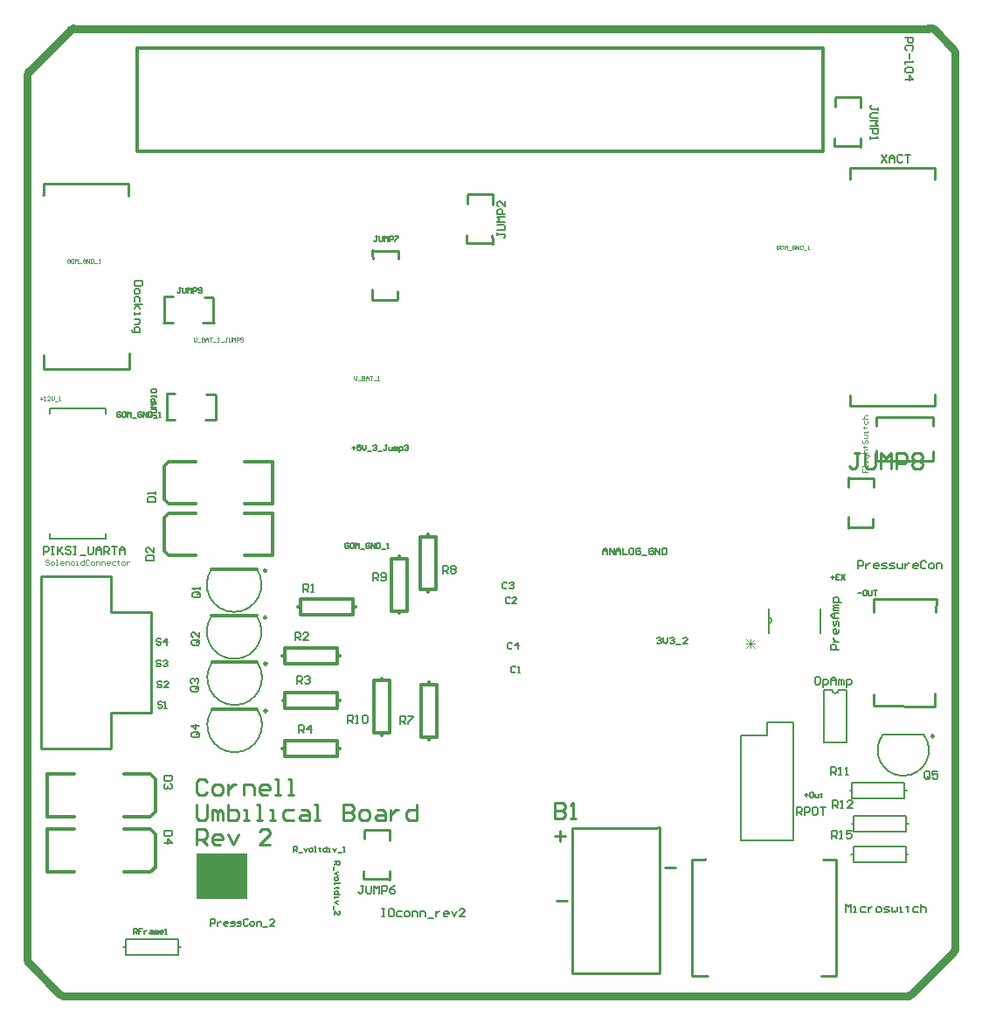
<source format=gto>
G04 Layer_Color=65535*
%FSLAX43Y43*%
%MOMM*%
G71*
G01*
G75*
%ADD21C,0.305*%
%ADD23C,0.762*%
%ADD24C,0.762*%
%ADD41C,0.254*%
%ADD70C,0.200*%
%ADD71C,0.250*%
%ADD72C,0.152*%
%ADD73C,0.127*%
%ADD74C,0.076*%
%ADD75C,0.102*%
%ADD76R,4.877X4.445*%
D21*
X25019Y24714D02*
X25248D01*
X30328D02*
X30556D01*
X25248D02*
Y25476D01*
X30328D01*
Y23952D02*
Y25476D01*
X25248Y23952D02*
X30328D01*
X25248D02*
Y24714D01*
X25070Y29362D02*
X25298D01*
X30378D02*
X30607D01*
X25298D02*
Y30124D01*
X30378D01*
Y28600D02*
Y30124D01*
X25298Y28600D02*
X30378D01*
X25298D02*
Y29362D01*
X25044Y33731D02*
X25273D01*
X30353D02*
X30582D01*
X25273D02*
Y34493D01*
X30353D01*
Y32969D02*
Y34493D01*
X25273Y32969D02*
X30353D01*
X25273D02*
Y33731D01*
X26568Y38430D02*
X26797D01*
X31877D02*
X32106D01*
X26797D02*
Y39192D01*
X31877D01*
Y37668D02*
Y39192D01*
X26797Y37668D02*
X31877D01*
X26797D02*
Y38430D01*
X9639Y12784D02*
X12239D01*
X12689Y13234D01*
X12239Y16889D02*
X12689Y16434D01*
X2189Y16884D02*
X4889D01*
X2189Y12784D02*
X4889D01*
X2189D02*
Y16884D01*
X12689Y13234D02*
Y16434D01*
X9639Y16884D02*
X12239D01*
X9639Y18143D02*
X12239D01*
X12689Y18593D01*
X12239Y22248D02*
X12689Y21793D01*
X2189Y22243D02*
X4889D01*
X2189Y18143D02*
X4889D01*
X2189D02*
Y22243D01*
X12689Y18593D02*
Y21793D01*
X9639Y22243D02*
X12239D01*
X14024Y47491D02*
X16624D01*
X13574Y47041D02*
X14024Y47491D01*
X13574Y43841D02*
X14024Y43386D01*
X21374Y43391D02*
X24074D01*
X21374Y47491D02*
X24074D01*
Y43391D02*
Y47491D01*
X13574Y43841D02*
Y47041D01*
X14024Y43391D02*
X16624D01*
X14024Y52494D02*
X16624D01*
X13574Y52044D02*
X14024Y52494D01*
X13574Y48844D02*
X14024Y48389D01*
X21374Y48394D02*
X24074D01*
X21374Y52494D02*
X24074D01*
Y48394D02*
Y52494D01*
X13574Y48844D02*
Y52044D01*
X14024Y48394D02*
X16624D01*
X38430Y30912D02*
X39192D01*
X38430Y25832D02*
Y30912D01*
Y25832D02*
X39954D01*
Y30912D01*
X39192D02*
X39954D01*
X39192Y25603D02*
Y25832D01*
Y30912D02*
Y31140D01*
X39167Y40132D02*
X39929D01*
Y45212D01*
X38405D02*
X39929D01*
X38405Y40132D02*
Y45212D01*
Y40132D02*
X39167D01*
Y45212D02*
Y45441D01*
Y39903D02*
Y40132D01*
X36347Y38049D02*
X37109D01*
Y43129D01*
X35585D02*
X37109D01*
X35585Y38049D02*
Y43129D01*
Y38049D02*
X36347D01*
Y43129D02*
Y43358D01*
Y37821D02*
Y38049D01*
X34671Y26213D02*
X35433D01*
Y31293D01*
X33909D02*
X35433D01*
X33909Y26213D02*
Y31293D01*
Y26213D02*
X34671D01*
Y31293D02*
Y31521D01*
Y25984D02*
Y26213D01*
X18175Y42109D02*
X22516D01*
X18175Y37563D02*
X22516D01*
X18225Y33092D02*
X22567D01*
X18225Y28520D02*
X22567D01*
X10921Y92554D02*
X77421D01*
Y82554D02*
Y92554D01*
X10921Y82554D02*
X77421D01*
X10921D02*
Y92554D01*
D23*
X3439Y925D02*
G03*
X3439Y924I270J269D01*
G01*
X3464Y899D02*
G03*
X3734Y787I270J269D01*
G01*
X305Y4216D02*
G03*
X417Y3947I381J0D01*
G01*
X305Y4216D02*
G03*
X416Y3947I381J0D01*
G01*
X3464Y899D02*
G03*
X3734Y787I269J269D01*
G01*
X416Y90236D02*
G03*
X305Y89967I269J-269D01*
G01*
X417Y90237D02*
G03*
X305Y89967I269J-270D01*
G01*
X4775Y94437D02*
G03*
X4505Y94325I0J-381D01*
G01*
X4775Y94437D02*
G03*
X4506Y94326I0J-381D01*
G01*
X85700Y787D02*
G03*
X85969Y899I0J381D01*
G01*
X85700Y787D02*
G03*
X85969Y899I0J381D01*
G01*
X90058Y4988D02*
G03*
X90170Y5258I-269J270D01*
G01*
X90058Y4988D02*
G03*
X90170Y5258I-269J269D01*
G01*
X88153Y94376D02*
G03*
X87694Y94437I-269J-269D01*
G01*
X88154Y94376D02*
G03*
X87694Y94437I-270J-269D01*
G01*
X90170Y92202D02*
G03*
X90058Y92471I-381J0D01*
G01*
X90170Y92202D02*
G03*
X90058Y92472I-381J0D01*
G01*
X3464Y899D02*
X3464Y899D01*
X3439Y924D02*
X3464Y899D01*
X3439Y924D02*
X3439Y924D01*
X3439Y925D02*
X3439Y924D01*
X417Y3947D02*
X3439Y925D01*
X416Y3947D02*
X417Y3947D01*
X3734Y787D02*
X84506D01*
X305Y4216D02*
Y89967D01*
X416Y90236D02*
X417Y90237D01*
X4505Y94325D01*
X4506Y94326D01*
X4775Y94437D02*
X4801D01*
X87694D01*
X84506Y787D02*
X85700D01*
X85969Y899D02*
X85969Y899D01*
X90058Y4988D01*
X90058Y4988D01*
X90170Y5258D02*
Y91821D01*
Y92202D01*
X90058Y92472D02*
X90058Y92471D01*
X88154Y94376D02*
X90058Y92472D01*
X88153Y94376D02*
X88154Y94376D01*
D24*
X3439Y924D02*
D03*
D41*
X36177Y68218D02*
Y69018D01*
X36102Y68143D02*
X36177Y68218D01*
X33752Y68143D02*
X36102D01*
X36252Y72093D02*
Y72893D01*
X33827D02*
X36252D01*
X33777Y72093D02*
Y72318D01*
X33752Y72343D02*
X33777Y72318D01*
X33752Y72343D02*
Y72968D01*
X33827Y72893D01*
X33752Y68143D02*
X33777Y68118D01*
X33752Y68143D02*
Y69168D01*
X82278Y46171D02*
Y46971D01*
X82203Y46096D02*
X82278Y46171D01*
X79853Y46096D02*
X82203D01*
X82353Y50046D02*
Y50846D01*
X79928D02*
X82353D01*
X79878Y50046D02*
Y50271D01*
X79853Y50296D02*
X79878Y50271D01*
X79853Y50296D02*
Y50921D01*
X79928Y50846D01*
X79853Y46096D02*
X79878Y46071D01*
X79853Y46096D02*
Y47121D01*
X17469Y68384D02*
X18269D01*
X18344Y68309D01*
Y65959D02*
Y68309D01*
X13594Y68459D02*
X14394D01*
X13594Y66034D02*
Y68459D01*
X14169Y65984D02*
X14394D01*
X14144Y65959D02*
X14169Y65984D01*
X13519Y65959D02*
X14144D01*
X13519D02*
X13594Y66034D01*
X18344Y65959D02*
X18369Y65984D01*
X17319Y65959D02*
X18344D01*
X17672Y58986D02*
X18472D01*
X18547Y58911D01*
Y56561D02*
Y58911D01*
X13797Y59061D02*
X14597D01*
X13797Y56636D02*
Y59061D01*
X14372Y56586D02*
X14597D01*
X14347Y56561D02*
X14372Y56586D01*
X13722Y56561D02*
X14347D01*
X13722D02*
X13797Y56636D01*
X18547Y56561D02*
X18572Y56586D01*
X17522Y56561D02*
X18547D01*
X53103Y17032D02*
X61153D01*
X53103Y2957D02*
Y17032D01*
Y2957D02*
X61578D01*
Y17082D01*
X61153Y17032D02*
X61578Y17082D01*
X88066Y55970D02*
X88091D01*
X88066D02*
Y56845D01*
X82591D02*
X88066D01*
X82591Y55920D02*
Y56845D01*
X88066Y53495D02*
X88091D01*
X88066Y52595D02*
Y53495D01*
X82541Y52595D02*
X88066D01*
X82541D02*
Y53545D01*
X10149Y61445D02*
Y63020D01*
X10104Y61445D02*
X10149D01*
X1899D02*
X10104D01*
X1899D02*
Y62795D01*
X10104Y78220D02*
Y79445D01*
X1854D02*
X10104D01*
X1854Y78295D02*
Y79445D01*
X1824Y78295D02*
X1854D01*
X88367Y37934D02*
X88392Y39234D01*
X82292D02*
X88392D01*
X82292Y37934D02*
Y39234D01*
X88242Y30009D02*
X88267Y28809D01*
X82317Y28834D02*
X88267Y28809D01*
X82317Y28834D02*
Y29959D01*
X88281Y57919D02*
Y58969D01*
X80011Y57919D02*
X88281D01*
X80011D02*
Y58919D01*
X88281Y79869D02*
Y80919D01*
X80011D02*
X88281D01*
X80011Y79869D02*
Y80919D01*
X65950Y13983D02*
Y14008D01*
X64725Y13983D02*
X65950D01*
X64725Y2683D02*
Y13983D01*
Y2683D02*
X66200D01*
X77450Y13933D02*
Y13958D01*
X78705D01*
Y2683D02*
Y13958D01*
X77275Y2683D02*
X78705D01*
X32987Y15970D02*
Y16770D01*
X33062Y16845D01*
X35412D01*
X32912Y12095D02*
Y12895D01*
Y12095D02*
X35337D01*
X35387Y12670D02*
Y12895D01*
Y12670D02*
X35412Y12645D01*
Y12020D02*
Y12645D01*
X35337Y12095D02*
X35412Y12020D01*
X35387Y16870D02*
X35412Y16845D01*
Y15820D02*
Y16845D01*
X81056Y86737D02*
Y87762D01*
X81031Y87787D02*
X81056Y87762D01*
X80981Y83012D02*
X81056Y82937D01*
Y83562D01*
X81031Y83587D02*
X81056Y83562D01*
X81031Y83587D02*
Y83812D01*
X78556Y83012D02*
X80981D01*
X78556D02*
Y83812D01*
X78706Y87762D02*
X81056D01*
X78631Y87687D02*
X78706Y87762D01*
X78631Y86887D02*
Y87687D01*
X42944Y77489D02*
Y78289D01*
X43019Y78364D01*
X45369D01*
X42869Y73614D02*
Y74414D01*
Y73614D02*
X45294D01*
X45344Y74189D02*
Y74414D01*
Y74189D02*
X45369Y74164D01*
Y73539D02*
Y74164D01*
X45294Y73614D02*
X45369Y73539D01*
X45344Y78389D02*
X45369Y78364D01*
Y77339D02*
Y78364D01*
X17729Y21512D02*
X17475Y21766D01*
X16967D01*
X16713Y21512D01*
Y20497D01*
X16967Y20243D01*
X17475D01*
X17729Y20497D01*
X18491Y20243D02*
X18998D01*
X19252Y20497D01*
Y21004D01*
X18998Y21258D01*
X18491D01*
X18237Y21004D01*
Y20497D01*
X18491Y20243D01*
X19760Y21258D02*
Y20243D01*
Y20750D01*
X20014Y21004D01*
X20268Y21258D01*
X20522D01*
X21284Y20243D02*
Y21258D01*
X22045D01*
X22299Y21004D01*
Y20243D01*
X23569D02*
X23061D01*
X22807Y20497D01*
Y21004D01*
X23061Y21258D01*
X23569D01*
X23823Y21004D01*
Y20750D01*
X22807D01*
X24331Y20243D02*
X24839D01*
X24585D01*
Y21766D01*
X24331D01*
X25600Y20243D02*
X26108D01*
X25854D01*
Y21766D01*
X25600D01*
X16713Y19328D02*
Y18059D01*
X16967Y17805D01*
X17475D01*
X17729Y18059D01*
Y19328D01*
X18237Y17805D02*
Y18820D01*
X18491D01*
X18745Y18567D01*
Y17805D01*
Y18567D01*
X18998Y18820D01*
X19252Y18567D01*
Y17805D01*
X19760Y19328D02*
Y17805D01*
X20522D01*
X20776Y18059D01*
Y18313D01*
Y18567D01*
X20522Y18820D01*
X19760D01*
X21284Y17805D02*
X21792D01*
X21538D01*
Y18820D01*
X21284D01*
X22553Y17805D02*
X23061D01*
X22807D01*
Y19328D01*
X22553D01*
X23823Y17805D02*
X24331D01*
X24077D01*
Y18820D01*
X23823D01*
X26108D02*
X25346D01*
X25092Y18567D01*
Y18059D01*
X25346Y17805D01*
X26108D01*
X26870Y18820D02*
X27378D01*
X27632Y18567D01*
Y17805D01*
X26870D01*
X26616Y18059D01*
X26870Y18313D01*
X27632D01*
X28139Y17805D02*
X28647D01*
X28393D01*
Y19328D01*
X28139D01*
X30933D02*
Y17805D01*
X31694D01*
X31948Y18059D01*
Y18313D01*
X31694Y18567D01*
X30933D01*
X31694D01*
X31948Y18820D01*
Y19074D01*
X31694Y19328D01*
X30933D01*
X32710Y17805D02*
X33218D01*
X33472Y18059D01*
Y18567D01*
X33218Y18820D01*
X32710D01*
X32456Y18567D01*
Y18059D01*
X32710Y17805D01*
X34234Y18820D02*
X34741D01*
X34995Y18567D01*
Y17805D01*
X34234D01*
X33980Y18059D01*
X34234Y18313D01*
X34995D01*
X35503Y18820D02*
Y17805D01*
Y18313D01*
X35757Y18567D01*
X36011Y18820D01*
X36265D01*
X38042Y19328D02*
Y17805D01*
X37281D01*
X37027Y18059D01*
Y18567D01*
X37281Y18820D01*
X38042D01*
X16713Y15367D02*
Y16891D01*
X17475D01*
X17729Y16637D01*
Y16129D01*
X17475Y15875D01*
X16713D01*
X17221D02*
X17729Y15367D01*
X18998D02*
X18491D01*
X18237Y15621D01*
Y16129D01*
X18491Y16383D01*
X18998D01*
X19252Y16129D01*
Y15875D01*
X18237D01*
X19760Y16383D02*
X20268Y15367D01*
X20776Y16383D01*
X23823Y15367D02*
X22807D01*
X23823Y16383D01*
Y16637D01*
X23569Y16891D01*
X23061D01*
X22807Y16637D01*
X80988Y53327D02*
X80480D01*
X80734D01*
Y52057D01*
X80480Y51803D01*
X80226D01*
X79972Y52057D01*
X81495Y53327D02*
Y52057D01*
X81749Y51803D01*
X82257D01*
X82511Y52057D01*
Y53327D01*
X83019Y51803D02*
Y53327D01*
X83527Y52819D01*
X84035Y53327D01*
Y51803D01*
X84542D02*
Y53327D01*
X85304D01*
X85558Y53073D01*
Y52565D01*
X85304Y52311D01*
X84542D01*
X86066Y53073D02*
X86320Y53327D01*
X86828D01*
X87082Y53073D01*
Y52819D01*
X86828Y52565D01*
X87082Y52311D01*
Y52057D01*
X86828Y51803D01*
X86320D01*
X86066Y52057D01*
Y52311D01*
X86320Y52565D01*
X86066Y52819D01*
Y53073D01*
X86320Y52565D02*
X86828D01*
X51397Y19494D02*
Y17971D01*
X52159D01*
X52413Y18224D01*
Y18478D01*
X52159Y18732D01*
X51397D01*
X52159D01*
X52413Y18986D01*
Y19240D01*
X52159Y19494D01*
X51397D01*
X52920Y17971D02*
X53428D01*
X53174D01*
Y19494D01*
X52920Y19240D01*
X51553Y9994D02*
X52569D01*
X62128Y13169D02*
X63144D01*
X51403Y16219D02*
X52419D01*
X51911Y16726D02*
Y15711D01*
D70*
X78303Y30378D02*
G03*
X78938Y30378I317J0D01*
G01*
X83212Y26062D02*
G03*
X87172Y26062I1980J-1500D01*
G01*
X18175Y42109D02*
G03*
X22516Y42109I2171J-1520D01*
G01*
X18175Y37563D02*
G03*
X22516Y37563I2171J-1520D01*
G01*
X18225Y33092D02*
G03*
X22567Y33092I2171J-1520D01*
G01*
X18225Y28520D02*
G03*
X22567Y28520I2171J-1520D01*
G01*
X9855Y4699D02*
Y5461D01*
Y4699D02*
X14935D01*
Y6223D01*
X9855D02*
X14935D01*
X9855Y5461D02*
Y6223D01*
X14935Y5461D02*
X15164D01*
X9627D02*
X9855D01*
X7942Y57155D02*
Y57655D01*
X2442D02*
X7942D01*
X2442Y57155D02*
Y57655D01*
X7942Y45055D02*
Y45555D01*
X2442Y45055D02*
X7942D01*
X2442D02*
Y45555D01*
X77506Y30378D02*
X78303D01*
X78938D02*
X79736D01*
Y25298D02*
Y30378D01*
X77506Y25298D02*
X79736D01*
X77506D02*
Y30378D01*
X80112Y14453D02*
X80340D01*
X85420D02*
X85649D01*
X80340D02*
Y15215D01*
X85420D01*
Y13691D02*
Y15215D01*
X80340Y13691D02*
X85420D01*
X80340D02*
Y14453D01*
X80188Y17399D02*
X80416D01*
X85496D02*
X85725D01*
X80416D02*
Y18161D01*
X85496D01*
Y16637D02*
Y18161D01*
X80416Y16637D02*
X85496D01*
X80416D02*
Y17399D01*
X85319Y20625D02*
X85547D01*
X80010D02*
X80239D01*
X85319Y19863D02*
Y20625D01*
X80239Y19863D02*
X85319D01*
X80239D02*
Y21387D01*
X85319D01*
Y20625D02*
Y21387D01*
X83212Y26062D02*
X87172D01*
X69494Y15824D02*
Y25984D01*
X72034D01*
Y27254D01*
X74574D01*
Y15824D02*
Y27254D01*
X69494Y15824D02*
X74574D01*
D71*
X88147Y25912D02*
G03*
X88147Y25912I-125J0D01*
G01*
X23473Y41960D02*
G03*
X23473Y41960I-125J0D01*
G01*
Y37414D02*
G03*
X23473Y37414I-125J0D01*
G01*
X23524Y32943D02*
G03*
X23524Y32943I-125J0D01*
G01*
Y28371D02*
G03*
X23524Y28371I-125J0D01*
G01*
X1629Y24710D02*
X8419D01*
Y28185D01*
X12309D01*
Y37905D01*
X8419D02*
X12309D01*
X8419D02*
Y41380D01*
X1629D02*
X8419D01*
X1629Y24710D02*
Y41380D01*
D72*
X72123Y36805D02*
G03*
X72123Y37414I0J305D01*
G01*
X77127Y35930D02*
Y38289D01*
X72123Y35930D02*
Y38289D01*
D73*
X10617Y6782D02*
Y7290D01*
X10871D01*
X10956Y7205D01*
Y7036D01*
X10871Y6951D01*
X10617D01*
X10786D02*
X10956Y6782D01*
X11464Y7290D02*
X11125D01*
Y7036D01*
X11294D01*
X11125D01*
Y6782D01*
X11633Y7120D02*
Y6782D01*
Y6951D01*
X11718Y7036D01*
X11802Y7120D01*
X11887D01*
X12225D02*
X12395D01*
X12479Y7036D01*
Y6782D01*
X12225D01*
X12141Y6866D01*
X12225Y6951D01*
X12479D01*
X12649Y6782D02*
Y7120D01*
X12733D01*
X12818Y7036D01*
Y6782D01*
Y7036D01*
X12902Y7120D01*
X12987Y7036D01*
Y6782D01*
X13410D02*
X13241D01*
X13156Y6866D01*
Y7036D01*
X13241Y7120D01*
X13410D01*
X13495Y7036D01*
Y6951D01*
X13156D01*
X13664Y6782D02*
X13833D01*
X13749D01*
Y7290D01*
X13664Y7205D01*
X12332Y57019D02*
Y56849D01*
Y56934D01*
X12755D01*
X12840Y56849D01*
Y56765D01*
X12755Y56680D01*
X12332Y57188D02*
X12755D01*
X12840Y57273D01*
Y57442D01*
X12755Y57526D01*
X12332D01*
X12840Y57696D02*
X12332D01*
X12501Y57865D01*
X12332Y58034D01*
X12840D01*
Y58204D02*
X12332D01*
Y58458D01*
X12417Y58542D01*
X12586D01*
X12670Y58458D01*
Y58204D01*
X12840Y58711D02*
Y58881D01*
Y58796D01*
X12332D01*
X12417Y58711D01*
Y59135D02*
X12332Y59219D01*
Y59389D01*
X12417Y59473D01*
X12755D01*
X12840Y59389D01*
Y59219D01*
X12755Y59135D01*
X12417D01*
X15172Y69367D02*
X15003D01*
X15088D01*
Y68944D01*
X15003Y68859D01*
X14918D01*
X14834Y68944D01*
X15341Y69367D02*
Y68944D01*
X15426Y68859D01*
X15595D01*
X15680Y68944D01*
Y69367D01*
X15849Y68859D02*
Y69367D01*
X16019Y69198D01*
X16188Y69367D01*
Y68859D01*
X16357D02*
Y69367D01*
X16611D01*
X16696Y69283D01*
Y69113D01*
X16611Y69029D01*
X16357D01*
X16865Y68944D02*
X16950Y68859D01*
X17119D01*
X17204Y68944D01*
Y69283D01*
X17119Y69367D01*
X16950D01*
X16865Y69283D01*
Y69198D01*
X16950Y69113D01*
X17204D01*
X34209Y74358D02*
X34040D01*
X34125D01*
Y73935D01*
X34040Y73851D01*
X33956D01*
X33871Y73935D01*
X34379Y74358D02*
Y73935D01*
X34463Y73851D01*
X34633D01*
X34717Y73935D01*
Y74358D01*
X34887Y73851D02*
Y74358D01*
X35056Y74189D01*
X35225Y74358D01*
Y73851D01*
X35394D02*
Y74358D01*
X35648D01*
X35733Y74274D01*
Y74104D01*
X35648Y74020D01*
X35394D01*
X35902Y74358D02*
X36241D01*
Y74274D01*
X35902Y73935D01*
Y73851D01*
X30048Y13792D02*
X30556D01*
Y13538D01*
X30471Y13454D01*
X30302D01*
X30217Y13538D01*
Y13792D01*
Y13623D02*
X30048Y13454D01*
X29964Y13284D02*
Y12946D01*
X30387Y12777D02*
X30048Y12607D01*
X30387Y12438D01*
X30048Y12184D02*
Y12015D01*
X30133Y11930D01*
X30302D01*
X30387Y12015D01*
Y12184D01*
X30302Y12269D01*
X30133D01*
X30048Y12184D01*
Y11761D02*
Y11592D01*
Y11676D01*
X30556D01*
Y11761D01*
X30471Y11253D02*
X30387D01*
Y11338D01*
Y11168D01*
Y11253D01*
X30133D01*
X30048Y11168D01*
X30556Y10576D02*
X30048D01*
Y10830D01*
X30133Y10914D01*
X30302D01*
X30387Y10830D01*
Y10576D01*
X30048Y10407D02*
Y10237D01*
Y10322D01*
X30387D01*
Y10407D01*
Y9983D02*
X30048Y9814D01*
X30387Y9645D01*
X29964Y9476D02*
Y9137D01*
X30048Y8629D02*
Y8968D01*
X30387Y8629D01*
X30471D01*
X30556Y8714D01*
Y8883D01*
X30471Y8968D01*
X26137Y14757D02*
Y15265D01*
X26391D01*
X26475Y15181D01*
Y15011D01*
X26391Y14927D01*
X26137D01*
X26306D02*
X26475Y14757D01*
X26644Y14673D02*
X26983D01*
X27152Y15096D02*
X27322Y14757D01*
X27491Y15096D01*
X27745Y14757D02*
X27914D01*
X27999Y14842D01*
Y15011D01*
X27914Y15096D01*
X27745D01*
X27660Y15011D01*
Y14842D01*
X27745Y14757D01*
X28168D02*
X28337D01*
X28253D01*
Y15265D01*
X28168D01*
X28676Y15181D02*
Y15096D01*
X28591D01*
X28760D01*
X28676D01*
Y14842D01*
X28760Y14757D01*
X29353Y15265D02*
Y14757D01*
X29099D01*
X29014Y14842D01*
Y15011D01*
X29099Y15096D01*
X29353D01*
X29522Y14757D02*
X29691D01*
X29607D01*
Y15096D01*
X29522D01*
X29945D02*
X30115Y14757D01*
X30284Y15096D01*
X30453Y14673D02*
X30792D01*
X30961Y14757D02*
X31130D01*
X31046D01*
Y15265D01*
X30961Y15181D01*
X18085Y7569D02*
Y8204D01*
X18402D01*
X18508Y8098D01*
Y7887D01*
X18402Y7781D01*
X18085D01*
X18720Y7992D02*
Y7569D01*
Y7781D01*
X18825Y7887D01*
X18931Y7992D01*
X19037D01*
X19672Y7569D02*
X19460D01*
X19354Y7675D01*
Y7887D01*
X19460Y7992D01*
X19672D01*
X19778Y7887D01*
Y7781D01*
X19354D01*
X19989Y7569D02*
X20307D01*
X20412Y7675D01*
X20307Y7781D01*
X20095D01*
X19989Y7887D01*
X20095Y7992D01*
X20412D01*
X20624Y7569D02*
X20941D01*
X21047Y7675D01*
X20941Y7781D01*
X20730D01*
X20624Y7887D01*
X20730Y7992D01*
X21047D01*
X21682Y8098D02*
X21576Y8204D01*
X21365D01*
X21259Y8098D01*
Y7675D01*
X21365Y7569D01*
X21576D01*
X21682Y7675D01*
X21999Y7569D02*
X22211D01*
X22317Y7675D01*
Y7887D01*
X22211Y7992D01*
X21999D01*
X21894Y7887D01*
Y7675D01*
X21999Y7569D01*
X22528D02*
Y7992D01*
X22846D01*
X22952Y7887D01*
Y7569D01*
X23163Y7463D02*
X23586D01*
X24221Y7569D02*
X23798D01*
X24221Y7992D01*
Y8098D01*
X24115Y8204D01*
X23904D01*
X23798Y8098D01*
X34671Y9220D02*
X34925D01*
X34798D01*
Y8458D01*
X34671D01*
X34925D01*
X35687Y9220D02*
X35433D01*
X35306Y9093D01*
Y8585D01*
X35433Y8458D01*
X35687D01*
X35814Y8585D01*
Y9093D01*
X35687Y9220D01*
X36575Y8966D02*
X36195D01*
X36068Y8839D01*
Y8585D01*
X36195Y8458D01*
X36575D01*
X36956D02*
X37210D01*
X37337Y8585D01*
Y8839D01*
X37210Y8966D01*
X36956D01*
X36829Y8839D01*
Y8585D01*
X36956Y8458D01*
X37591D02*
Y8966D01*
X37972D01*
X38099Y8839D01*
Y8458D01*
X38353D02*
Y8966D01*
X38734D01*
X38861Y8839D01*
Y8458D01*
X39115Y8331D02*
X39622D01*
X39876Y8966D02*
Y8458D01*
Y8712D01*
X40003Y8839D01*
X40130Y8966D01*
X40257D01*
X41019Y8458D02*
X40765D01*
X40638Y8585D01*
Y8839D01*
X40765Y8966D01*
X41019D01*
X41146Y8839D01*
Y8712D01*
X40638D01*
X41400Y8966D02*
X41654Y8458D01*
X41908Y8966D01*
X42669Y8458D02*
X42162D01*
X42669Y8966D01*
Y9093D01*
X42542Y9220D01*
X42289D01*
X42162Y9093D01*
X45873Y74650D02*
Y74397D01*
Y74523D01*
X46507D01*
X46634Y74397D01*
Y74270D01*
X46507Y74143D01*
X45873Y74904D02*
X46507D01*
X46634Y75031D01*
Y75285D01*
X46507Y75412D01*
X45873D01*
X46634Y75666D02*
X45873D01*
X46127Y75920D01*
X45873Y76174D01*
X46634D01*
Y76428D02*
X45873D01*
Y76809D01*
X46000Y76936D01*
X46254D01*
X46380Y76809D01*
Y76428D01*
X46634Y77697D02*
Y77190D01*
X46127Y77697D01*
X46000D01*
X45873Y77570D01*
Y77317D01*
X46000Y77190D01*
X82753Y86487D02*
Y86741D01*
Y86614D01*
X82118D01*
X81991Y86741D01*
Y86868D01*
X82118Y86995D01*
X82753Y86233D02*
X82118D01*
X81991Y86106D01*
Y85852D01*
X82118Y85725D01*
X82753D01*
X81991Y85471D02*
X82753D01*
X82499Y85218D01*
X82753Y84964D01*
X81991D01*
Y84710D02*
X82753D01*
Y84329D01*
X82626Y84202D01*
X82372D01*
X82245Y84329D01*
Y84710D01*
X81991Y83948D02*
Y83694D01*
Y83821D01*
X82753D01*
X82626Y83948D01*
X79654Y8865D02*
Y9626D01*
X79908Y9372D01*
X80162Y9626D01*
Y8865D01*
X80416D02*
X80670D01*
X80543D01*
Y9372D01*
X80416D01*
X81559D02*
X81178D01*
X81051Y9245D01*
Y8992D01*
X81178Y8865D01*
X81559D01*
X81813Y9372D02*
Y8865D01*
Y9119D01*
X81940Y9245D01*
X82067Y9372D01*
X82194D01*
X82701Y8865D02*
X82955D01*
X83082Y8992D01*
Y9245D01*
X82955Y9372D01*
X82701D01*
X82574Y9245D01*
Y8992D01*
X82701Y8865D01*
X83336D02*
X83717D01*
X83844Y8992D01*
X83717Y9119D01*
X83463D01*
X83336Y9245D01*
X83463Y9372D01*
X83844D01*
X84098D02*
Y8992D01*
X84225Y8865D01*
X84352Y8992D01*
X84479Y8865D01*
X84606Y8992D01*
Y9372D01*
X84860Y8865D02*
X85114D01*
X84987D01*
Y9372D01*
X84860D01*
X85621Y9499D02*
Y9372D01*
X85495D01*
X85748D01*
X85621D01*
Y8992D01*
X85748Y8865D01*
X86637Y9372D02*
X86256D01*
X86129Y9245D01*
Y8992D01*
X86256Y8865D01*
X86637D01*
X86891Y9626D02*
Y8865D01*
Y9245D01*
X87018Y9372D01*
X87272D01*
X87399Y9245D01*
Y8865D01*
X85395Y93574D02*
X86157D01*
Y93193D01*
X86030Y93066D01*
X85776D01*
X85649Y93193D01*
Y93574D01*
X86030Y92304D02*
X86157Y92431D01*
Y92685D01*
X86030Y92812D01*
X85522D01*
X85395Y92685D01*
Y92431D01*
X85522Y92304D01*
X85776Y92050D02*
Y91542D01*
X85395Y91288D02*
Y91034D01*
Y91161D01*
X86157D01*
X86030Y91288D01*
Y90654D02*
X86157Y90527D01*
Y90273D01*
X86030Y90146D01*
X85522D01*
X85395Y90273D01*
Y90527D01*
X85522Y90654D01*
X86030D01*
X85395Y89511D02*
X86157D01*
X85776Y89892D01*
Y89384D01*
X1880Y43536D02*
Y44297D01*
X2260D01*
X2387Y44170D01*
Y43916D01*
X2260Y43790D01*
X1880D01*
X2641Y44297D02*
X2895D01*
X2768D01*
Y43536D01*
X2641D01*
X2895D01*
X3276Y44297D02*
Y43536D01*
Y43790D01*
X3784Y44297D01*
X3403Y43916D01*
X3784Y43536D01*
X4546Y44170D02*
X4419Y44297D01*
X4165D01*
X4038Y44170D01*
Y44043D01*
X4165Y43916D01*
X4419D01*
X4546Y43790D01*
Y43663D01*
X4419Y43536D01*
X4165D01*
X4038Y43663D01*
X4800Y44297D02*
X5054D01*
X4927D01*
Y43536D01*
X4800D01*
X5054D01*
X5434Y43409D02*
X5942D01*
X6196Y44297D02*
Y43663D01*
X6323Y43536D01*
X6577D01*
X6704Y43663D01*
Y44297D01*
X6958Y43536D02*
Y44043D01*
X7212Y44297D01*
X7466Y44043D01*
Y43536D01*
Y43916D01*
X6958D01*
X7720Y43536D02*
Y44297D01*
X8101D01*
X8228Y44170D01*
Y43916D01*
X8101Y43790D01*
X7720D01*
X7974D02*
X8228Y43536D01*
X8481Y44297D02*
X8989D01*
X8735D01*
Y43536D01*
X9243D02*
Y44043D01*
X9497Y44297D01*
X9751Y44043D01*
Y43536D01*
Y43916D01*
X9243D01*
X83109Y82220D02*
X83617Y81458D01*
Y82220D02*
X83109Y81458D01*
X83871D02*
Y81966D01*
X84124Y82220D01*
X84378Y81966D01*
Y81458D01*
Y81839D01*
X83871D01*
X85140Y82093D02*
X85013Y82220D01*
X84759D01*
X84632Y82093D01*
Y81585D01*
X84759Y81458D01*
X85013D01*
X85140Y81585D01*
X85394Y82220D02*
X85902D01*
X85648D01*
Y81458D01*
X11430Y69977D02*
X10668D01*
Y69596D01*
X10795Y69469D01*
X11303D01*
X11430Y69596D01*
Y69977D01*
X10668Y69088D02*
Y68834D01*
X10795Y68707D01*
X11049D01*
X11176Y68834D01*
Y69088D01*
X11049Y69215D01*
X10795D01*
X10668Y69088D01*
X11176Y67946D02*
Y68327D01*
X11049Y68453D01*
X10795D01*
X10668Y68327D01*
Y67946D01*
Y67692D02*
X11430D01*
X10922D02*
X11176Y67311D01*
X10922Y67692D02*
X10668Y67311D01*
Y66930D02*
Y66676D01*
Y66803D01*
X11176D01*
Y66930D01*
X10668Y66295D02*
X11176D01*
Y65914D01*
X11049Y65787D01*
X10668D01*
X10414Y65280D02*
Y65153D01*
X10541Y65026D01*
X11176D01*
Y65406D01*
X11049Y65533D01*
X10795D01*
X10668Y65406D01*
Y65026D01*
X16840Y26289D02*
X16332D01*
X16205Y26162D01*
Y25908D01*
X16332Y25781D01*
X16840D01*
X16967Y25908D01*
Y26162D01*
X16713Y26035D02*
X16967Y26289D01*
Y26162D02*
X16840Y26289D01*
X16967Y26924D02*
X16205D01*
X16586Y26543D01*
Y27051D01*
X16789Y30734D02*
X16282D01*
X16155Y30607D01*
Y30353D01*
X16282Y30226D01*
X16789D01*
X16916Y30353D01*
Y30607D01*
X16662Y30480D02*
X16916Y30734D01*
Y30607D02*
X16789Y30734D01*
X16282Y30988D02*
X16155Y31115D01*
Y31369D01*
X16282Y31496D01*
X16409D01*
X16536Y31369D01*
Y31242D01*
Y31369D01*
X16662Y31496D01*
X16789D01*
X16916Y31369D01*
Y31115D01*
X16789Y30988D01*
X16866Y35230D02*
X16358D01*
X16231Y35103D01*
Y34849D01*
X16358Y34722D01*
X16866D01*
X16993Y34849D01*
Y35103D01*
X16739Y34976D02*
X16993Y35230D01*
Y35103D02*
X16866Y35230D01*
X16993Y35991D02*
Y35484D01*
X16485Y35991D01*
X16358D01*
X16231Y35864D01*
Y35611D01*
X16358Y35484D01*
X16942Y39852D02*
X16434D01*
X16307Y39725D01*
Y39472D01*
X16434Y39345D01*
X16942D01*
X17069Y39472D01*
Y39725D01*
X16815Y39599D02*
X17069Y39852D01*
Y39725D02*
X16942Y39852D01*
X17069Y40106D02*
Y40360D01*
Y40233D01*
X16307D01*
X16434Y40106D01*
X31369Y27178D02*
Y27940D01*
X31750D01*
X31877Y27813D01*
Y27559D01*
X31750Y27432D01*
X31369D01*
X31623D02*
X31877Y27178D01*
X32131D02*
X32385D01*
X32258D01*
Y27940D01*
X32131Y27813D01*
X32766D02*
X32893Y27940D01*
X33146D01*
X33273Y27813D01*
Y27305D01*
X33146Y27178D01*
X32893D01*
X32766Y27305D01*
Y27813D01*
X33782Y40945D02*
Y41707D01*
X34163D01*
X34290Y41580D01*
Y41326D01*
X34163Y41199D01*
X33782D01*
X34036D02*
X34290Y40945D01*
X34544Y41072D02*
X34671Y40945D01*
X34925D01*
X35052Y41072D01*
Y41580D01*
X34925Y41707D01*
X34671D01*
X34544Y41580D01*
Y41453D01*
X34671Y41326D01*
X35052D01*
X40564Y41656D02*
Y42418D01*
X40945D01*
X41072Y42291D01*
Y42037D01*
X40945Y41910D01*
X40564D01*
X40818D02*
X41072Y41656D01*
X41326Y42291D02*
X41453Y42418D01*
X41706D01*
X41833Y42291D01*
Y42164D01*
X41706Y42037D01*
X41833Y41910D01*
Y41783D01*
X41706Y41656D01*
X41453D01*
X41326Y41783D01*
Y41910D01*
X41453Y42037D01*
X41326Y42164D01*
Y42291D01*
X41453Y42037D02*
X41706D01*
X36449Y27102D02*
Y27864D01*
X36830D01*
X36957Y27737D01*
Y27483D01*
X36830Y27356D01*
X36449D01*
X36703D02*
X36957Y27102D01*
X37211Y27864D02*
X37719D01*
Y27737D01*
X37211Y27229D01*
Y27102D01*
X11951Y48552D02*
X12713D01*
Y48933D01*
X12586Y49060D01*
X12078D01*
X11951Y48933D01*
Y48552D01*
X12713Y49314D02*
Y49568D01*
Y49441D01*
X11951D01*
X12078Y49314D01*
X11799Y42951D02*
X12560D01*
Y43332D01*
X12433Y43459D01*
X11925D01*
X11799Y43332D01*
Y42951D01*
X12560Y44221D02*
Y43713D01*
X12052Y44221D01*
X11925D01*
X11799Y44094D01*
Y43840D01*
X11925Y43713D01*
X14313Y22085D02*
X13551D01*
Y21704D01*
X13678Y21577D01*
X14186D01*
X14313Y21704D01*
Y22085D01*
X14186Y21324D02*
X14313Y21197D01*
Y20943D01*
X14186Y20816D01*
X14059D01*
X13932Y20943D01*
Y21070D01*
Y20943D01*
X13805Y20816D01*
X13678D01*
X13551Y20943D01*
Y21197D01*
X13678Y21324D01*
X14313Y16726D02*
X13551D01*
Y16345D01*
X13678Y16218D01*
X14186D01*
X14313Y16345D01*
Y16726D01*
X13551Y15583D02*
X14313D01*
X13932Y15964D01*
Y15456D01*
X27076Y39878D02*
Y40640D01*
X27457D01*
X27584Y40513D01*
Y40259D01*
X27457Y40132D01*
X27076D01*
X27330D02*
X27584Y39878D01*
X27838D02*
X28092D01*
X27965D01*
Y40640D01*
X27838Y40513D01*
X26238Y35204D02*
Y35966D01*
X26619D01*
X26746Y35839D01*
Y35585D01*
X26619Y35458D01*
X26238D01*
X26492D02*
X26746Y35204D01*
X27508D02*
X27000D01*
X27508Y35712D01*
Y35839D01*
X27381Y35966D01*
X27127D01*
X27000Y35839D01*
X26441Y31013D02*
Y31775D01*
X26822D01*
X26949Y31648D01*
Y31394D01*
X26822Y31267D01*
X26441D01*
X26695D02*
X26949Y31013D01*
X27203Y31648D02*
X27330Y31775D01*
X27584D01*
X27711Y31648D01*
Y31521D01*
X27584Y31394D01*
X27457D01*
X27584D01*
X27711Y31267D01*
Y31140D01*
X27584Y31013D01*
X27330D01*
X27203Y31140D01*
X26619Y26238D02*
Y27000D01*
X27000D01*
X27127Y26873D01*
Y26619D01*
X27000Y26492D01*
X26619D01*
X26873D02*
X27127Y26238D01*
X27762D02*
Y27000D01*
X27381Y26619D01*
X27889D01*
X77013Y31699D02*
X76759D01*
X76632Y31572D01*
Y31064D01*
X76759Y30937D01*
X77013D01*
X77140Y31064D01*
Y31572D01*
X77013Y31699D01*
X77394Y30683D02*
Y31445D01*
X77774D01*
X77901Y31318D01*
Y31064D01*
X77774Y30937D01*
X77394D01*
X78155D02*
Y31445D01*
X78409Y31699D01*
X78663Y31445D01*
Y30937D01*
Y31318D01*
X78155D01*
X78917Y30937D02*
Y31445D01*
X79044D01*
X79171Y31318D01*
Y30937D01*
Y31318D01*
X79298Y31445D01*
X79425Y31318D01*
Y30937D01*
X79679Y30683D02*
Y31445D01*
X80060D01*
X80187Y31318D01*
Y31064D01*
X80060Y30937D01*
X79679D01*
X78918Y34315D02*
X78156D01*
Y34696D01*
X78283Y34823D01*
X78537D01*
X78664Y34696D01*
Y34315D01*
X78410Y35077D02*
X78918D01*
X78664D01*
X78537Y35204D01*
X78410Y35331D01*
Y35458D01*
X78918Y36220D02*
Y35966D01*
X78791Y35839D01*
X78537D01*
X78410Y35966D01*
Y36220D01*
X78537Y36347D01*
X78664D01*
Y35839D01*
X78918Y36601D02*
Y36982D01*
X78791Y37109D01*
X78664Y36982D01*
Y36728D01*
X78537Y36601D01*
X78410Y36728D01*
Y37109D01*
X78918Y37362D02*
X78410D01*
X78156Y37616D01*
X78410Y37870D01*
X78918D01*
X78537D01*
Y37362D01*
X78918Y38124D02*
X78410D01*
Y38251D01*
X78537Y38378D01*
X78918D01*
X78537D01*
X78410Y38505D01*
X78537Y38632D01*
X78918D01*
X79172Y38886D02*
X78410D01*
Y39267D01*
X78537Y39394D01*
X78791D01*
X78918Y39267D01*
Y38886D01*
X80823Y42139D02*
Y42900D01*
X81204D01*
X81331Y42773D01*
Y42519D01*
X81204Y42393D01*
X80823D01*
X81585Y42646D02*
Y42139D01*
Y42393D01*
X81712Y42519D01*
X81838Y42646D01*
X81965D01*
X82727Y42139D02*
X82473D01*
X82346Y42266D01*
Y42519D01*
X82473Y42646D01*
X82727D01*
X82854Y42519D01*
Y42393D01*
X82346D01*
X83108Y42139D02*
X83489D01*
X83616Y42266D01*
X83489Y42393D01*
X83235D01*
X83108Y42519D01*
X83235Y42646D01*
X83616D01*
X83870Y42139D02*
X84251D01*
X84378Y42266D01*
X84251Y42393D01*
X83997D01*
X83870Y42519D01*
X83997Y42646D01*
X84378D01*
X84632D02*
Y42266D01*
X84759Y42139D01*
X85139D01*
Y42646D01*
X85393D02*
Y42139D01*
Y42393D01*
X85520Y42519D01*
X85647Y42646D01*
X85774D01*
X86536Y42139D02*
X86282D01*
X86155Y42266D01*
Y42519D01*
X86282Y42646D01*
X86536D01*
X86663Y42519D01*
Y42393D01*
X86155D01*
X87425Y42773D02*
X87298Y42900D01*
X87044D01*
X86917Y42773D01*
Y42266D01*
X87044Y42139D01*
X87298D01*
X87425Y42266D01*
X87806Y42139D02*
X88059D01*
X88186Y42266D01*
Y42519D01*
X88059Y42646D01*
X87806D01*
X87679Y42519D01*
Y42266D01*
X87806Y42139D01*
X88440D02*
Y42646D01*
X88821D01*
X88948Y42519D01*
Y42139D01*
X87782Y21920D02*
Y22428D01*
X87655Y22555D01*
X87401D01*
X87274Y22428D01*
Y21920D01*
X87401Y21793D01*
X87655D01*
X87528Y22047D02*
X87782Y21793D01*
X87655D02*
X87782Y21920D01*
X88544Y22555D02*
X88036D01*
Y22174D01*
X88290Y22301D01*
X88417D01*
X88544Y22174D01*
Y21920D01*
X88417Y21793D01*
X88163D01*
X88036Y21920D01*
X78181Y22174D02*
Y22936D01*
X78562D01*
X78689Y22809D01*
Y22555D01*
X78562Y22428D01*
X78181D01*
X78435D02*
X78689Y22174D01*
X78943D02*
X79197D01*
X79070D01*
Y22936D01*
X78943Y22809D01*
X79578Y22174D02*
X79831D01*
X79705D01*
Y22936D01*
X79578Y22809D01*
X78359Y18948D02*
Y19710D01*
X78740D01*
X78867Y19583D01*
Y19329D01*
X78740Y19202D01*
X78359D01*
X78613D02*
X78867Y18948D01*
X79121D02*
X79374D01*
X79248D01*
Y19710D01*
X79121Y19583D01*
X80263Y18948D02*
X79755D01*
X80263Y19456D01*
Y19583D01*
X80136Y19710D01*
X79882D01*
X79755Y19583D01*
X78283Y16002D02*
Y16764D01*
X78663D01*
X78790Y16637D01*
Y16383D01*
X78663Y16256D01*
X78283D01*
X78537D02*
X78790Y16002D01*
X79044D02*
X79298D01*
X79171D01*
Y16764D01*
X79044Y16637D01*
X80187Y16764D02*
X79679D01*
Y16383D01*
X79933Y16510D01*
X80060D01*
X80187Y16383D01*
Y16129D01*
X80060Y16002D01*
X79806D01*
X79679Y16129D01*
X74854Y18288D02*
Y19050D01*
X75235D01*
X75362Y18923D01*
Y18669D01*
X75235Y18542D01*
X74854D01*
X75108D02*
X75362Y18288D01*
X75616D02*
Y19050D01*
X75996D01*
X76123Y18923D01*
Y18669D01*
X75996Y18542D01*
X75616D01*
X76758Y19050D02*
X76504D01*
X76377Y18923D01*
Y18415D01*
X76504Y18288D01*
X76758D01*
X76885Y18415D01*
Y18923D01*
X76758Y19050D01*
X77139D02*
X77647D01*
X77393D01*
Y18288D01*
X32918Y11430D02*
X32664D01*
X32791D01*
Y10795D01*
X32664Y10668D01*
X32537D01*
X32410Y10795D01*
X33172Y11430D02*
Y10795D01*
X33299Y10668D01*
X33553D01*
X33680Y10795D01*
Y11430D01*
X33934Y10668D02*
Y11430D01*
X34188Y11176D01*
X34442Y11430D01*
Y10668D01*
X34696D02*
Y11430D01*
X35077D01*
X35203Y11303D01*
Y11049D01*
X35077Y10922D01*
X34696D01*
X35965Y11430D02*
X35711Y11303D01*
X35457Y11049D01*
Y10795D01*
X35584Y10668D01*
X35838D01*
X35965Y10795D01*
Y10922D01*
X35838Y11049D01*
X35457D01*
X13276Y35276D02*
X13170Y35382D01*
X12958D01*
X12852Y35276D01*
Y35170D01*
X12958Y35065D01*
X13170D01*
X13276Y34959D01*
Y34853D01*
X13170Y34747D01*
X12958D01*
X12852Y34853D01*
X13805Y34747D02*
Y35382D01*
X13487Y35065D01*
X13910D01*
X13250Y33168D02*
X13144Y33274D01*
X12933D01*
X12827Y33168D01*
Y33062D01*
X12933Y32956D01*
X13144D01*
X13250Y32851D01*
Y32745D01*
X13144Y32639D01*
X12933D01*
X12827Y32745D01*
X13462Y33168D02*
X13568Y33274D01*
X13779D01*
X13885Y33168D01*
Y33062D01*
X13779Y32956D01*
X13673D01*
X13779D01*
X13885Y32851D01*
Y32745D01*
X13779Y32639D01*
X13568D01*
X13462Y32745D01*
X13326Y31136D02*
X13221Y31242D01*
X13009D01*
X12903Y31136D01*
Y31030D01*
X13009Y30924D01*
X13221D01*
X13326Y30819D01*
Y30713D01*
X13221Y30607D01*
X13009D01*
X12903Y30713D01*
X13961Y30607D02*
X13538D01*
X13961Y31030D01*
Y31136D01*
X13855Y31242D01*
X13644D01*
X13538Y31136D01*
X13377Y29180D02*
X13271Y29286D01*
X13060D01*
X12954Y29180D01*
Y29074D01*
X13060Y28969D01*
X13271D01*
X13377Y28863D01*
Y28757D01*
X13271Y28651D01*
X13060D01*
X12954Y28757D01*
X13589Y28651D02*
X13800D01*
X13695D01*
Y29286D01*
X13589Y29180D01*
X56109Y43510D02*
Y43933D01*
X56320Y44145D01*
X56532Y43933D01*
Y43510D01*
Y43828D01*
X56109D01*
X56743Y43510D02*
Y44145D01*
X57167Y43510D01*
Y44145D01*
X57378Y43510D02*
Y43933D01*
X57590Y44145D01*
X57801Y43933D01*
Y43510D01*
Y43828D01*
X57378D01*
X58013Y44145D02*
Y43510D01*
X58436D01*
X58965Y44145D02*
X58754D01*
X58648Y44039D01*
Y43616D01*
X58754Y43510D01*
X58965D01*
X59071Y43616D01*
Y44039D01*
X58965Y44145D01*
X59706Y44039D02*
X59600Y44145D01*
X59388D01*
X59283Y44039D01*
Y43616D01*
X59388Y43510D01*
X59600D01*
X59706Y43616D01*
Y43828D01*
X59494D01*
X59917Y43404D02*
X60341D01*
X60975Y44039D02*
X60870Y44145D01*
X60658D01*
X60552Y44039D01*
Y43616D01*
X60658Y43510D01*
X60870D01*
X60975Y43616D01*
Y43828D01*
X60764D01*
X61187Y43510D02*
Y44145D01*
X61610Y43510D01*
Y44145D01*
X61822D02*
Y43510D01*
X62139D01*
X62245Y43616D01*
Y44039D01*
X62139Y44145D01*
X61822D01*
X9330Y57192D02*
X9246Y57277D01*
X9076D01*
X8992Y57192D01*
Y56854D01*
X9076Y56769D01*
X9246D01*
X9330Y56854D01*
Y57023D01*
X9161D01*
X9753Y57277D02*
X9584D01*
X9499Y57192D01*
Y56854D01*
X9584Y56769D01*
X9753D01*
X9838Y56854D01*
Y57192D01*
X9753Y57277D01*
X10007Y56769D02*
Y57277D01*
X10177Y57108D01*
X10346Y57277D01*
Y56769D01*
X10515Y56684D02*
X10854D01*
X11361Y57192D02*
X11277Y57277D01*
X11108D01*
X11023Y57192D01*
Y56854D01*
X11108Y56769D01*
X11277D01*
X11361Y56854D01*
Y57023D01*
X11192D01*
X11531Y56769D02*
Y57277D01*
X11869Y56769D01*
Y57277D01*
X12039D02*
Y56769D01*
X12293D01*
X12377Y56854D01*
Y57192D01*
X12293Y57277D01*
X12039D01*
X12546Y56684D02*
X12885D01*
X13054Y56769D02*
X13224D01*
X13139D01*
Y57277D01*
X13054Y57192D01*
X31801Y53823D02*
X32139D01*
X31970Y53992D02*
Y53653D01*
X32647Y54076D02*
X32309D01*
Y53823D01*
X32478Y53907D01*
X32563D01*
X32647Y53823D01*
Y53653D01*
X32563Y53569D01*
X32393D01*
X32309Y53653D01*
X32816Y54076D02*
Y53738D01*
X32986Y53569D01*
X33155Y53738D01*
Y54076D01*
X33324Y53484D02*
X33663D01*
X33832Y53992D02*
X33917Y54076D01*
X34086D01*
X34171Y53992D01*
Y53907D01*
X34086Y53823D01*
X34001D01*
X34086D01*
X34171Y53738D01*
Y53653D01*
X34086Y53569D01*
X33917D01*
X33832Y53653D01*
X34340Y53484D02*
X34679D01*
X35186Y54076D02*
X35017D01*
X35102D01*
Y53653D01*
X35017Y53569D01*
X34932D01*
X34848Y53653D01*
X35356Y53907D02*
Y53653D01*
X35440Y53569D01*
X35694D01*
Y53907D01*
X35863Y53569D02*
Y53907D01*
X35948D01*
X36033Y53823D01*
Y53569D01*
Y53823D01*
X36117Y53907D01*
X36202Y53823D01*
Y53569D01*
X36371Y53399D02*
Y53907D01*
X36625D01*
X36710Y53823D01*
Y53653D01*
X36625Y53569D01*
X36371D01*
X36879Y53992D02*
X36964Y54076D01*
X37133D01*
X37218Y53992D01*
Y53907D01*
X37133Y53823D01*
X37048D01*
X37133D01*
X37218Y53738D01*
Y53653D01*
X37133Y53569D01*
X36964D01*
X36879Y53653D01*
X31479Y44543D02*
X31394Y44628D01*
X31225D01*
X31140Y44543D01*
Y44204D01*
X31225Y44120D01*
X31394D01*
X31479Y44204D01*
Y44374D01*
X31310D01*
X31902Y44628D02*
X31733D01*
X31648Y44543D01*
Y44204D01*
X31733Y44120D01*
X31902D01*
X31987Y44204D01*
Y44543D01*
X31902Y44628D01*
X32156Y44120D02*
Y44628D01*
X32325Y44458D01*
X32495Y44628D01*
Y44120D01*
X32664Y44035D02*
X33002D01*
X33510Y44543D02*
X33426Y44628D01*
X33256D01*
X33172Y44543D01*
Y44204D01*
X33256Y44120D01*
X33426D01*
X33510Y44204D01*
Y44374D01*
X33341D01*
X33680Y44120D02*
Y44628D01*
X34018Y44120D01*
Y44628D01*
X34187D02*
Y44120D01*
X34441D01*
X34526Y44204D01*
Y44543D01*
X34441Y44628D01*
X34187D01*
X34695Y44035D02*
X35034D01*
X35203Y44120D02*
X35372D01*
X35288D01*
Y44628D01*
X35203Y44543D01*
X61290Y35403D02*
X61396Y35509D01*
X61608D01*
X61713Y35403D01*
Y35297D01*
X61608Y35192D01*
X61502D01*
X61608D01*
X61713Y35086D01*
Y34980D01*
X61608Y34874D01*
X61396D01*
X61290Y34980D01*
X61925Y35509D02*
Y35086D01*
X62137Y34874D01*
X62348Y35086D01*
Y35509D01*
X62560Y35403D02*
X62666Y35509D01*
X62877D01*
X62983Y35403D01*
Y35297D01*
X62877Y35192D01*
X62771D01*
X62877D01*
X62983Y35086D01*
Y34980D01*
X62877Y34874D01*
X62666D01*
X62560Y34980D01*
X63195Y34768D02*
X63618D01*
X64253Y34874D02*
X63829D01*
X64253Y35297D01*
Y35403D01*
X64147Y35509D01*
X63935D01*
X63829Y35403D01*
X75616Y20244D02*
X75954D01*
X75785Y20413D02*
Y20074D01*
X76378Y20498D02*
X76208D01*
X76124Y20413D01*
Y20074D01*
X76208Y19990D01*
X76378D01*
X76462Y20074D01*
Y20413D01*
X76378Y20498D01*
X76631Y20328D02*
Y20074D01*
X76716Y19990D01*
X76970D01*
Y20328D01*
X77224Y20413D02*
Y20328D01*
X77139D01*
X77309D01*
X77224D01*
Y20074D01*
X77309Y19990D01*
X78156Y41326D02*
X78494D01*
X78325Y41495D02*
Y41156D01*
X79002Y41580D02*
X78664D01*
Y41072D01*
X79002D01*
X78664Y41326D02*
X78833D01*
X79171Y41580D02*
X79510Y41072D01*
Y41580D02*
X79171Y41072D01*
X80772Y39827D02*
X81111D01*
X81534Y40081D02*
X81364D01*
X81280Y39996D01*
Y39658D01*
X81364Y39573D01*
X81534D01*
X81618Y39658D01*
Y39996D01*
X81534Y40081D01*
X81788D02*
Y39658D01*
X81872Y39573D01*
X82042D01*
X82126Y39658D01*
Y40081D01*
X82296D02*
X82634D01*
X82465D01*
Y39573D01*
X47616Y32609D02*
X47511Y32715D01*
X47299D01*
X47193Y32609D01*
Y32186D01*
X47299Y32080D01*
X47511D01*
X47616Y32186D01*
X47828Y32080D02*
X48040D01*
X47934D01*
Y32715D01*
X47828Y32609D01*
X47083Y39264D02*
X46977Y39370D01*
X46766D01*
X46660Y39264D01*
Y38841D01*
X46766Y38735D01*
X46977D01*
X47083Y38841D01*
X47718Y38735D02*
X47295D01*
X47718Y39158D01*
Y39264D01*
X47612Y39370D01*
X47400D01*
X47295Y39264D01*
X47312Y34895D02*
X47206Y35001D01*
X46994D01*
X46888Y34895D01*
Y34472D01*
X46994Y34366D01*
X47206D01*
X47312Y34472D01*
X47841Y34366D02*
Y35001D01*
X47523Y34684D01*
X47946D01*
X46804Y40737D02*
X46698Y40843D01*
X46486D01*
X46380Y40737D01*
Y40314D01*
X46486Y40208D01*
X46698D01*
X46804Y40314D01*
X47015Y40737D02*
X47121Y40843D01*
X47333D01*
X47438Y40737D01*
Y40631D01*
X47333Y40526D01*
X47227D01*
X47333D01*
X47438Y40420D01*
Y40314D01*
X47333Y40208D01*
X47121D01*
X47015Y40314D01*
D74*
X81255Y51850D02*
Y51511D01*
X81509D01*
Y51680D01*
Y51511D01*
X81763D01*
Y52019D02*
Y52188D01*
Y52104D01*
X81255D01*
Y52019D01*
X81763Y52442D02*
Y52612D01*
Y52527D01*
X81424D01*
Y52442D01*
X81932Y53035D02*
Y53119D01*
X81847Y53204D01*
X81424D01*
Y52950D01*
X81509Y52865D01*
X81678D01*
X81763Y52950D01*
Y53204D01*
X81255Y53373D02*
X81763D01*
X81509D01*
X81424Y53458D01*
Y53627D01*
X81509Y53712D01*
X81763D01*
X81339Y53966D02*
X81424D01*
Y53881D01*
Y54050D01*
Y53966D01*
X81678D01*
X81763Y54050D01*
X81339Y54643D02*
X81255Y54558D01*
Y54389D01*
X81339Y54304D01*
X81424D01*
X81509Y54389D01*
Y54558D01*
X81593Y54643D01*
X81678D01*
X81763Y54558D01*
Y54389D01*
X81678Y54304D01*
X81424Y54812D02*
X81678D01*
X81763Y54897D01*
X81678Y54981D01*
X81763Y55066D01*
X81678Y55151D01*
X81424D01*
X81763Y55320D02*
Y55489D01*
Y55405D01*
X81424D01*
Y55320D01*
X81339Y55828D02*
X81424D01*
Y55743D01*
Y55912D01*
Y55828D01*
X81678D01*
X81763Y55912D01*
X81424Y56505D02*
Y56251D01*
X81509Y56166D01*
X81678D01*
X81763Y56251D01*
Y56505D01*
X81255Y56674D02*
X81763D01*
X81509D01*
X81424Y56759D01*
Y56928D01*
X81509Y57013D01*
X81763D01*
X2396Y42892D02*
X2311Y42977D01*
X2142D01*
X2057Y42892D01*
Y42807D01*
X2142Y42723D01*
X2311D01*
X2396Y42638D01*
Y42553D01*
X2311Y42469D01*
X2142D01*
X2057Y42553D01*
X2650Y42469D02*
X2819D01*
X2904Y42553D01*
Y42723D01*
X2819Y42807D01*
X2650D01*
X2565Y42723D01*
Y42553D01*
X2650Y42469D01*
X3073D02*
X3242D01*
X3158D01*
Y42977D01*
X3073D01*
X3750Y42469D02*
X3581D01*
X3496Y42553D01*
Y42723D01*
X3581Y42807D01*
X3750D01*
X3835Y42723D01*
Y42638D01*
X3496D01*
X4004Y42469D02*
Y42807D01*
X4258D01*
X4343Y42723D01*
Y42469D01*
X4597D02*
X4766D01*
X4850Y42553D01*
Y42723D01*
X4766Y42807D01*
X4597D01*
X4512Y42723D01*
Y42553D01*
X4597Y42469D01*
X5020D02*
X5189D01*
X5104D01*
Y42807D01*
X5020D01*
X5782Y42977D02*
Y42469D01*
X5528D01*
X5443Y42553D01*
Y42723D01*
X5528Y42807D01*
X5782D01*
X6289Y42892D02*
X6205Y42977D01*
X6035D01*
X5951Y42892D01*
Y42553D01*
X6035Y42469D01*
X6205D01*
X6289Y42553D01*
X6543Y42469D02*
X6713D01*
X6797Y42553D01*
Y42723D01*
X6713Y42807D01*
X6543D01*
X6459Y42723D01*
Y42553D01*
X6543Y42469D01*
X6966D02*
Y42807D01*
X7220D01*
X7305Y42723D01*
Y42469D01*
X7474D02*
Y42807D01*
X7728D01*
X7813Y42723D01*
Y42469D01*
X8236D02*
X8067D01*
X7982Y42553D01*
Y42723D01*
X8067Y42807D01*
X8236D01*
X8321Y42723D01*
Y42638D01*
X7982D01*
X8829Y42807D02*
X8575D01*
X8490Y42723D01*
Y42553D01*
X8575Y42469D01*
X8829D01*
X9082Y42892D02*
Y42807D01*
X8998D01*
X9167D01*
X9082D01*
Y42553D01*
X9167Y42469D01*
X9506D02*
X9675D01*
X9760Y42553D01*
Y42723D01*
X9675Y42807D01*
X9506D01*
X9421Y42723D01*
Y42553D01*
X9506Y42469D01*
X9929Y42807D02*
Y42469D01*
Y42638D01*
X10013Y42723D01*
X10098Y42807D01*
X10183D01*
X69960Y34493D02*
X70807Y35340D01*
Y34493D02*
X69960Y35340D01*
X70384Y34493D02*
Y35340D01*
X70807Y34916D02*
X69960D01*
D75*
X73152Y73368D02*
X73088Y73431D01*
X72961D01*
X72898Y73368D01*
Y73114D01*
X72961Y73050D01*
X73088D01*
X73152Y73114D01*
Y73241D01*
X73025D01*
X73469Y73431D02*
X73342D01*
X73279Y73368D01*
Y73114D01*
X73342Y73050D01*
X73469D01*
X73533Y73114D01*
Y73368D01*
X73469Y73431D01*
X73660Y73050D02*
Y73431D01*
X73787Y73304D01*
X73914Y73431D01*
Y73050D01*
X74041Y72987D02*
X74295D01*
X74675Y73368D02*
X74612Y73431D01*
X74485D01*
X74422Y73368D01*
Y73114D01*
X74485Y73050D01*
X74612D01*
X74675Y73114D01*
Y73241D01*
X74548D01*
X74802Y73050D02*
Y73431D01*
X75056Y73050D01*
Y73431D01*
X75183D02*
Y73050D01*
X75374D01*
X75437Y73114D01*
Y73368D01*
X75374Y73431D01*
X75183D01*
X75564Y72987D02*
X75818D01*
X75945Y73050D02*
X76072D01*
X76008D01*
Y73431D01*
X75945Y73368D01*
X4420Y72047D02*
X4356Y72110D01*
X4229D01*
X4166Y72047D01*
Y71793D01*
X4229Y71730D01*
X4356D01*
X4420Y71793D01*
Y71920D01*
X4293D01*
X4737Y72110D02*
X4610D01*
X4546Y72047D01*
Y71793D01*
X4610Y71730D01*
X4737D01*
X4800Y71793D01*
Y72047D01*
X4737Y72110D01*
X4927Y71730D02*
Y72110D01*
X5054Y71984D01*
X5181Y72110D01*
Y71730D01*
X5308Y71666D02*
X5562D01*
X5943Y72047D02*
X5880Y72110D01*
X5753D01*
X5689Y72047D01*
Y71793D01*
X5753Y71730D01*
X5880D01*
X5943Y71793D01*
Y71920D01*
X5816D01*
X6070Y71730D02*
Y72110D01*
X6324Y71730D01*
Y72110D01*
X6451D02*
Y71730D01*
X6641D01*
X6705Y71793D01*
Y72047D01*
X6641Y72110D01*
X6451D01*
X6832Y71666D02*
X7086D01*
X7213Y71730D02*
X7340D01*
X7276D01*
Y72110D01*
X7213Y72047D01*
X1549Y58610D02*
X1803D01*
X1676Y58737D02*
Y58483D01*
X1930Y58420D02*
X2057D01*
X1994D01*
Y58801D01*
X1930Y58737D01*
X2502Y58420D02*
X2248D01*
X2502Y58674D01*
Y58737D01*
X2438Y58801D01*
X2311D01*
X2248Y58737D01*
X2629Y58801D02*
Y58547D01*
X2756Y58420D01*
X2882Y58547D01*
Y58801D01*
X3009Y58357D02*
X3263D01*
X3390Y58420D02*
X3517D01*
X3454D01*
Y58801D01*
X3390Y58737D01*
X31979Y60782D02*
Y60528D01*
X32106Y60401D01*
X32233Y60528D01*
Y60782D01*
X32359Y60338D02*
X32613D01*
X32740Y60782D02*
Y60401D01*
X32931D01*
X32994Y60465D01*
Y60528D01*
X32931Y60592D01*
X32740D01*
X32931D01*
X32994Y60655D01*
Y60719D01*
X32931Y60782D01*
X32740D01*
X33121Y60401D02*
Y60655D01*
X33248Y60782D01*
X33375Y60655D01*
Y60401D01*
Y60592D01*
X33121D01*
X33502Y60782D02*
X33756D01*
X33629D01*
Y60401D01*
X33883Y60338D02*
X34137D01*
X34264Y60401D02*
X34391D01*
X34327D01*
Y60782D01*
X34264Y60719D01*
X16434Y64490D02*
Y64237D01*
X16561Y64110D01*
X16688Y64237D01*
Y64490D01*
X16815Y64046D02*
X17069D01*
X17196Y64490D02*
Y64110D01*
X17386D01*
X17449Y64173D01*
Y64237D01*
X17386Y64300D01*
X17196D01*
X17386D01*
X17449Y64364D01*
Y64427D01*
X17386Y64490D01*
X17196D01*
X17576Y64110D02*
Y64364D01*
X17703Y64490D01*
X17830Y64364D01*
Y64110D01*
Y64300D01*
X17576D01*
X17957Y64490D02*
X18211D01*
X18084D01*
Y64110D01*
X18338Y64046D02*
X18592D01*
X18719Y64110D02*
X18846D01*
X18783D01*
Y64490D01*
X18719Y64427D01*
X19036Y64046D02*
X19290D01*
X19671Y64490D02*
X19544D01*
X19608D01*
Y64173D01*
X19544Y64110D01*
X19481D01*
X19417Y64173D01*
X19798Y64490D02*
Y64173D01*
X19862Y64110D01*
X19989D01*
X20052Y64173D01*
Y64490D01*
X20179Y64110D02*
Y64490D01*
X20306Y64364D01*
X20433Y64490D01*
Y64110D01*
X20560D02*
Y64490D01*
X20750D01*
X20814Y64427D01*
Y64300D01*
X20750Y64237D01*
X20560D01*
X21195Y64490D02*
X20941D01*
Y64300D01*
X21068Y64364D01*
X21131D01*
X21195Y64300D01*
Y64173D01*
X21131Y64110D01*
X21004D01*
X20941Y64173D01*
D76*
X19177Y12382D02*
D03*
M02*

</source>
